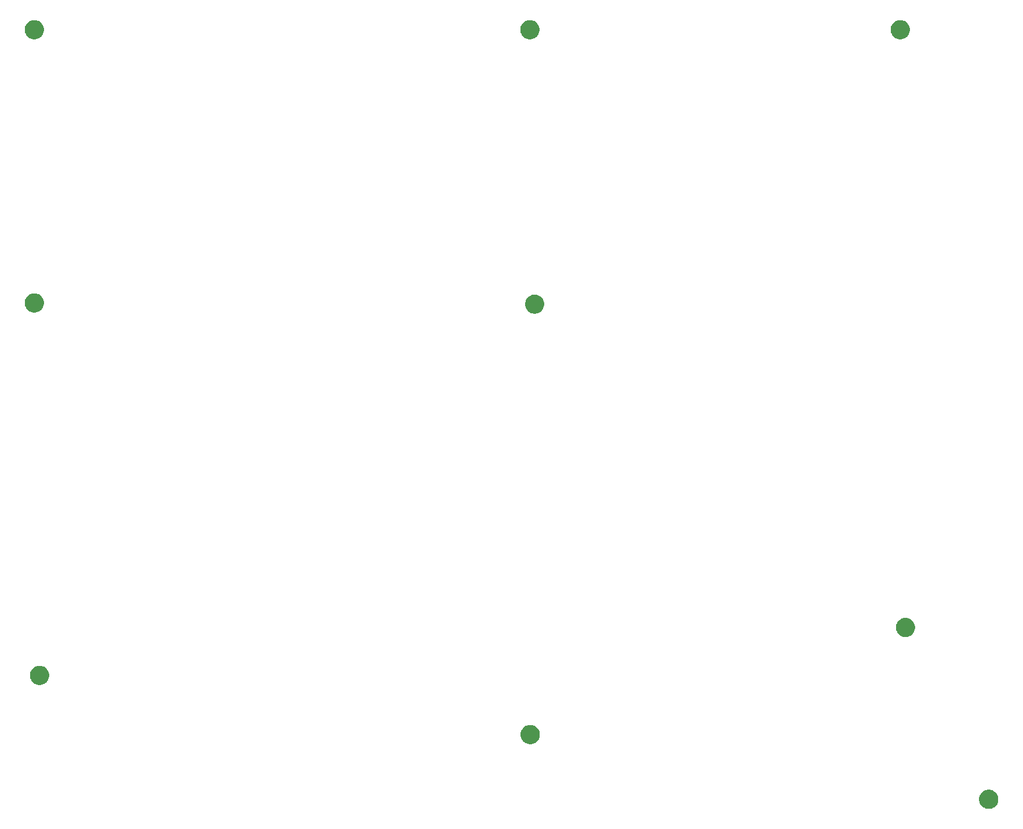
<source format=gbr>
G04 #@! TF.GenerationSoftware,KiCad,Pcbnew,(5.1.5)-3*
G04 #@! TF.CreationDate,2020-03-17T18:41:03+05:30*
G04 #@! TF.ProjectId,ergocape,6572676f-6361-4706-952e-6b696361645f,rev?*
G04 #@! TF.SameCoordinates,Original*
G04 #@! TF.FileFunction,Soldermask,Bot*
G04 #@! TF.FilePolarity,Negative*
%FSLAX46Y46*%
G04 Gerber Fmt 4.6, Leading zero omitted, Abs format (unit mm)*
G04 Created by KiCad (PCBNEW (5.1.5)-3) date 2020-03-17 18:41:03*
%MOMM*%
%LPD*%
G04 APERTURE LIST*
%ADD10C,0.100000*%
G04 APERTURE END LIST*
D10*
G36*
X179872341Y-131542105D02*
G01*
X179962565Y-131560051D01*
X180068175Y-131603797D01*
X180217529Y-131665661D01*
X180217530Y-131665662D01*
X180446994Y-131818984D01*
X180642136Y-132014126D01*
X180744583Y-132167449D01*
X180795459Y-132243591D01*
X180901069Y-132498556D01*
X180954908Y-132769224D01*
X180954908Y-133045200D01*
X180901069Y-133315868D01*
X180795459Y-133570833D01*
X180795458Y-133570834D01*
X180642136Y-133800298D01*
X180446994Y-133995440D01*
X180293671Y-134097887D01*
X180217529Y-134148763D01*
X180068175Y-134210627D01*
X179962565Y-134254373D01*
X179872341Y-134272319D01*
X179691896Y-134308212D01*
X179415920Y-134308212D01*
X179235475Y-134272319D01*
X179145251Y-134254373D01*
X179039641Y-134210627D01*
X178890287Y-134148763D01*
X178814145Y-134097887D01*
X178660822Y-133995440D01*
X178465680Y-133800298D01*
X178312358Y-133570834D01*
X178312357Y-133570833D01*
X178206747Y-133315868D01*
X178152908Y-133045200D01*
X178152908Y-132769224D01*
X178206747Y-132498556D01*
X178312357Y-132243591D01*
X178363233Y-132167449D01*
X178465680Y-132014126D01*
X178660822Y-131818984D01*
X178890286Y-131665662D01*
X178890287Y-131665661D01*
X179039641Y-131603797D01*
X179145251Y-131560051D01*
X179235475Y-131542105D01*
X179415920Y-131506212D01*
X179691896Y-131506212D01*
X179872341Y-131542105D01*
G37*
G36*
X112904433Y-122078893D02*
G01*
X112994657Y-122096839D01*
X113100267Y-122140585D01*
X113249621Y-122202449D01*
X113249622Y-122202450D01*
X113479086Y-122355772D01*
X113674228Y-122550914D01*
X113776675Y-122704237D01*
X113827551Y-122780379D01*
X113933161Y-123035344D01*
X113987000Y-123306012D01*
X113987000Y-123581988D01*
X113933161Y-123852656D01*
X113827551Y-124107621D01*
X113827550Y-124107622D01*
X113674228Y-124337086D01*
X113479086Y-124532228D01*
X113325763Y-124634675D01*
X113249621Y-124685551D01*
X113100267Y-124747415D01*
X112994657Y-124791161D01*
X112904433Y-124809107D01*
X112723988Y-124845000D01*
X112448012Y-124845000D01*
X112267567Y-124809107D01*
X112177343Y-124791161D01*
X112071733Y-124747415D01*
X111922379Y-124685551D01*
X111846237Y-124634675D01*
X111692914Y-124532228D01*
X111497772Y-124337086D01*
X111344450Y-124107622D01*
X111344449Y-124107621D01*
X111238839Y-123852656D01*
X111185000Y-123581988D01*
X111185000Y-123306012D01*
X111238839Y-123035344D01*
X111344449Y-122780379D01*
X111395325Y-122704237D01*
X111497772Y-122550914D01*
X111692914Y-122355772D01*
X111922378Y-122202450D01*
X111922379Y-122202449D01*
X112071733Y-122140585D01*
X112177343Y-122096839D01*
X112267567Y-122078893D01*
X112448012Y-122043000D01*
X112723988Y-122043000D01*
X112904433Y-122078893D01*
G37*
G36*
X41212433Y-113442893D02*
G01*
X41302657Y-113460839D01*
X41408267Y-113504585D01*
X41557621Y-113566449D01*
X41557622Y-113566450D01*
X41787086Y-113719772D01*
X41982228Y-113914914D01*
X42084675Y-114068237D01*
X42135551Y-114144379D01*
X42241161Y-114399344D01*
X42295000Y-114670012D01*
X42295000Y-114945988D01*
X42241161Y-115216656D01*
X42135551Y-115471621D01*
X42135550Y-115471622D01*
X41982228Y-115701086D01*
X41787086Y-115896228D01*
X41633763Y-115998675D01*
X41557621Y-116049551D01*
X41408267Y-116111415D01*
X41302657Y-116155161D01*
X41212433Y-116173107D01*
X41031988Y-116209000D01*
X40756012Y-116209000D01*
X40575567Y-116173107D01*
X40485343Y-116155161D01*
X40379733Y-116111415D01*
X40230379Y-116049551D01*
X40154237Y-115998675D01*
X40000914Y-115896228D01*
X39805772Y-115701086D01*
X39652450Y-115471622D01*
X39652449Y-115471621D01*
X39546839Y-115216656D01*
X39493000Y-114945988D01*
X39493000Y-114670012D01*
X39546839Y-114399344D01*
X39652449Y-114144379D01*
X39703325Y-114068237D01*
X39805772Y-113914914D01*
X40000914Y-113719772D01*
X40230378Y-113566450D01*
X40230379Y-113566449D01*
X40379733Y-113504585D01*
X40485343Y-113460839D01*
X40575567Y-113442893D01*
X40756012Y-113407000D01*
X41031988Y-113407000D01*
X41212433Y-113442893D01*
G37*
G36*
X167704433Y-106457893D02*
G01*
X167794657Y-106475839D01*
X167900267Y-106519585D01*
X168049621Y-106581449D01*
X168049622Y-106581450D01*
X168279086Y-106734772D01*
X168474228Y-106929914D01*
X168576675Y-107083237D01*
X168627551Y-107159379D01*
X168733161Y-107414344D01*
X168787000Y-107685012D01*
X168787000Y-107960988D01*
X168733161Y-108231656D01*
X168627551Y-108486621D01*
X168627550Y-108486622D01*
X168474228Y-108716086D01*
X168279086Y-108911228D01*
X168125763Y-109013675D01*
X168049621Y-109064551D01*
X167900267Y-109126415D01*
X167794657Y-109170161D01*
X167704433Y-109188107D01*
X167523988Y-109224000D01*
X167248012Y-109224000D01*
X167067567Y-109188107D01*
X166977343Y-109170161D01*
X166871733Y-109126415D01*
X166722379Y-109064551D01*
X166646237Y-109013675D01*
X166492914Y-108911228D01*
X166297772Y-108716086D01*
X166144450Y-108486622D01*
X166144449Y-108486621D01*
X166038839Y-108231656D01*
X165985000Y-107960988D01*
X165985000Y-107685012D01*
X166038839Y-107414344D01*
X166144449Y-107159379D01*
X166195325Y-107083237D01*
X166297772Y-106929914D01*
X166492914Y-106734772D01*
X166722378Y-106581450D01*
X166722379Y-106581449D01*
X166871733Y-106519585D01*
X166977343Y-106475839D01*
X167067567Y-106457893D01*
X167248012Y-106422000D01*
X167523988Y-106422000D01*
X167704433Y-106457893D01*
G37*
G36*
X113538433Y-59277393D02*
G01*
X113628657Y-59295339D01*
X113734267Y-59339085D01*
X113883621Y-59400949D01*
X113883622Y-59400950D01*
X114113086Y-59554272D01*
X114308228Y-59749414D01*
X114334263Y-59788379D01*
X114461551Y-59978879D01*
X114567161Y-60233844D01*
X114621000Y-60504512D01*
X114621000Y-60780488D01*
X114567161Y-61051156D01*
X114461551Y-61306121D01*
X114461550Y-61306122D01*
X114308228Y-61535586D01*
X114113086Y-61730728D01*
X114010668Y-61799161D01*
X113883621Y-61884051D01*
X113734267Y-61945915D01*
X113628657Y-61989661D01*
X113538433Y-62007607D01*
X113357988Y-62043500D01*
X113082012Y-62043500D01*
X112901567Y-62007607D01*
X112811343Y-61989661D01*
X112705733Y-61945915D01*
X112556379Y-61884051D01*
X112429332Y-61799161D01*
X112326914Y-61730728D01*
X112131772Y-61535586D01*
X111978450Y-61306122D01*
X111978449Y-61306121D01*
X111872839Y-61051156D01*
X111819000Y-60780488D01*
X111819000Y-60504512D01*
X111872839Y-60233844D01*
X111978449Y-59978879D01*
X112105737Y-59788379D01*
X112131772Y-59749414D01*
X112326914Y-59554272D01*
X112556378Y-59400950D01*
X112556379Y-59400949D01*
X112705733Y-59339085D01*
X112811343Y-59295339D01*
X112901567Y-59277393D01*
X113082012Y-59241500D01*
X113357988Y-59241500D01*
X113538433Y-59277393D01*
G37*
G36*
X40450433Y-59086893D02*
G01*
X40540657Y-59104839D01*
X40646267Y-59148585D01*
X40795621Y-59210449D01*
X40795622Y-59210450D01*
X41025086Y-59363772D01*
X41220228Y-59558914D01*
X41322675Y-59712237D01*
X41373551Y-59788379D01*
X41479161Y-60043344D01*
X41533000Y-60314012D01*
X41533000Y-60589988D01*
X41479161Y-60860656D01*
X41373551Y-61115621D01*
X41373550Y-61115622D01*
X41220228Y-61345086D01*
X41025086Y-61540228D01*
X40871763Y-61642675D01*
X40795621Y-61693551D01*
X40646267Y-61755415D01*
X40540657Y-61799161D01*
X40450433Y-61817107D01*
X40269988Y-61853000D01*
X39994012Y-61853000D01*
X39813567Y-61817107D01*
X39723343Y-61799161D01*
X39617733Y-61755415D01*
X39468379Y-61693551D01*
X39392237Y-61642675D01*
X39238914Y-61540228D01*
X39043772Y-61345086D01*
X38890450Y-61115622D01*
X38890449Y-61115621D01*
X38784839Y-60860656D01*
X38731000Y-60589988D01*
X38731000Y-60314012D01*
X38784839Y-60043344D01*
X38890449Y-59788379D01*
X38941325Y-59712237D01*
X39043772Y-59558914D01*
X39238914Y-59363772D01*
X39468378Y-59210450D01*
X39468379Y-59210449D01*
X39617733Y-59148585D01*
X39723343Y-59104839D01*
X39813567Y-59086893D01*
X39994012Y-59051000D01*
X40269988Y-59051000D01*
X40450433Y-59086893D01*
G37*
G36*
X112840433Y-19208893D02*
G01*
X112930657Y-19226839D01*
X113036267Y-19270585D01*
X113185621Y-19332449D01*
X113185622Y-19332450D01*
X113415086Y-19485772D01*
X113610228Y-19680914D01*
X113712675Y-19834237D01*
X113763551Y-19910379D01*
X113869161Y-20165344D01*
X113923000Y-20436012D01*
X113923000Y-20711988D01*
X113869161Y-20982656D01*
X113763551Y-21237621D01*
X113763550Y-21237622D01*
X113610228Y-21467086D01*
X113415086Y-21662228D01*
X113261763Y-21764675D01*
X113185621Y-21815551D01*
X113036267Y-21877415D01*
X112930657Y-21921161D01*
X112840433Y-21939107D01*
X112659988Y-21975000D01*
X112384012Y-21975000D01*
X112203567Y-21939107D01*
X112113343Y-21921161D01*
X112007733Y-21877415D01*
X111858379Y-21815551D01*
X111782237Y-21764675D01*
X111628914Y-21662228D01*
X111433772Y-21467086D01*
X111280450Y-21237622D01*
X111280449Y-21237621D01*
X111174839Y-20982656D01*
X111121000Y-20711988D01*
X111121000Y-20436012D01*
X111174839Y-20165344D01*
X111280449Y-19910379D01*
X111331325Y-19834237D01*
X111433772Y-19680914D01*
X111628914Y-19485772D01*
X111858378Y-19332450D01*
X111858379Y-19332449D01*
X112007733Y-19270585D01*
X112113343Y-19226839D01*
X112203567Y-19208893D01*
X112384012Y-19173000D01*
X112659988Y-19173000D01*
X112840433Y-19208893D01*
G37*
G36*
X40450433Y-19208893D02*
G01*
X40540657Y-19226839D01*
X40646267Y-19270585D01*
X40795621Y-19332449D01*
X40795622Y-19332450D01*
X41025086Y-19485772D01*
X41220228Y-19680914D01*
X41322675Y-19834237D01*
X41373551Y-19910379D01*
X41479161Y-20165344D01*
X41533000Y-20436012D01*
X41533000Y-20711988D01*
X41479161Y-20982656D01*
X41373551Y-21237621D01*
X41373550Y-21237622D01*
X41220228Y-21467086D01*
X41025086Y-21662228D01*
X40871763Y-21764675D01*
X40795621Y-21815551D01*
X40646267Y-21877415D01*
X40540657Y-21921161D01*
X40450433Y-21939107D01*
X40269988Y-21975000D01*
X39994012Y-21975000D01*
X39813567Y-21939107D01*
X39723343Y-21921161D01*
X39617733Y-21877415D01*
X39468379Y-21815551D01*
X39392237Y-21764675D01*
X39238914Y-21662228D01*
X39043772Y-21467086D01*
X38890450Y-21237622D01*
X38890449Y-21237621D01*
X38784839Y-20982656D01*
X38731000Y-20711988D01*
X38731000Y-20436012D01*
X38784839Y-20165344D01*
X38890449Y-19910379D01*
X38941325Y-19834237D01*
X39043772Y-19680914D01*
X39238914Y-19485772D01*
X39468378Y-19332450D01*
X39468379Y-19332449D01*
X39617733Y-19270585D01*
X39723343Y-19226839D01*
X39813567Y-19208893D01*
X39994012Y-19173000D01*
X40269988Y-19173000D01*
X40450433Y-19208893D01*
G37*
G36*
X166942433Y-19208893D02*
G01*
X167032657Y-19226839D01*
X167138267Y-19270585D01*
X167287621Y-19332449D01*
X167287622Y-19332450D01*
X167517086Y-19485772D01*
X167712228Y-19680914D01*
X167814675Y-19834237D01*
X167865551Y-19910379D01*
X167971161Y-20165344D01*
X168025000Y-20436012D01*
X168025000Y-20711988D01*
X167971161Y-20982656D01*
X167865551Y-21237621D01*
X167865550Y-21237622D01*
X167712228Y-21467086D01*
X167517086Y-21662228D01*
X167363763Y-21764675D01*
X167287621Y-21815551D01*
X167138267Y-21877415D01*
X167032657Y-21921161D01*
X166942433Y-21939107D01*
X166761988Y-21975000D01*
X166486012Y-21975000D01*
X166305567Y-21939107D01*
X166215343Y-21921161D01*
X166109733Y-21877415D01*
X165960379Y-21815551D01*
X165884237Y-21764675D01*
X165730914Y-21662228D01*
X165535772Y-21467086D01*
X165382450Y-21237622D01*
X165382449Y-21237621D01*
X165276839Y-20982656D01*
X165223000Y-20711988D01*
X165223000Y-20436012D01*
X165276839Y-20165344D01*
X165382449Y-19910379D01*
X165433325Y-19834237D01*
X165535772Y-19680914D01*
X165730914Y-19485772D01*
X165960378Y-19332450D01*
X165960379Y-19332449D01*
X166109733Y-19270585D01*
X166215343Y-19226839D01*
X166305567Y-19208893D01*
X166486012Y-19173000D01*
X166761988Y-19173000D01*
X166942433Y-19208893D01*
G37*
M02*

</source>
